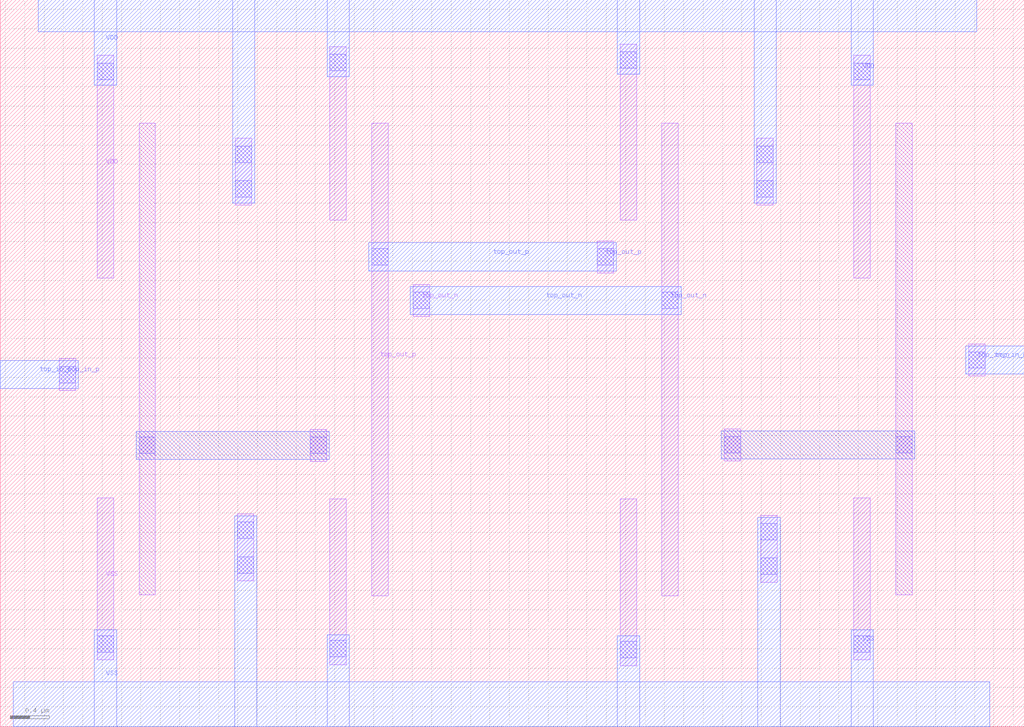
<source format=lef>
VERSION 5.8 ;
BUSBITCHARS "[]" ;
DIVIDERCHAR "/" ;

MACRO rs_latch_new
  CLASS BLOCK ;
  ORIGIN 0.05 2.805 ;
  FOREIGN rs_latch_new -0.05 -2.805 ;
  SIZE 10.56 BY 7.505 ;
  SYMMETRY X Y ;
  PIN VDD
    DIRECTION INOUT ;
    USE POWER ;
    SHAPE ABUTMENT ;
    PORT
      LAYER li1 ;
        RECT 8.755 1.825 8.925 4.125 ;
        RECT 7.755 2.58 7.925 3.27 ;
        RECT 6.345 2.425 6.515 4.24 ;
        RECT 3.35 2.425 3.52 4.215 ;
        RECT 2.375 2.58 2.545 3.27 ;
        RECT 0.95 1.825 1.12 4.125 ;
      LAYER met1 ;
        RECT 0.34 4.37 10.02 4.7 ;
        RECT 8.725 3.815 8.955 4.7 ;
        RECT 7.725 2.6 7.955 4.7 ;
        RECT 6.315 3.93 6.545 4.7 ;
        RECT 3.32 3.905 3.55 4.7 ;
        RECT 2.345 2.6 2.575 4.7 ;
        RECT 0.92 3.815 1.15 4.7 ;
      LAYER mcon ;
        RECT 0.95 3.875 1.12 4.045 ;
        RECT 2.375 3.02 2.545 3.19 ;
        RECT 2.375 2.66 2.545 2.83 ;
        RECT 3.35 3.965 3.52 4.135 ;
        RECT 6.345 3.99 6.515 4.16 ;
        RECT 7.755 3.02 7.925 3.19 ;
        RECT 7.755 2.66 7.925 2.83 ;
        RECT 8.755 3.875 8.925 4.045 ;
    END
  END VDD
  PIN VSS
    DIRECTION INOUT ;
    USE GROUND ;
    SHAPE ABUTMENT ;
    PORT
      LAYER li1 ;
        RECT 8.755 -2.115 8.925 -0.445 ;
        RECT 7.795 -1.315 7.965 -0.625 ;
        RECT 6.345 -2.175 6.515 -0.455 ;
        RECT 3.35 -2.165 3.52 -0.455 ;
        RECT 2.395 -1.3 2.565 -0.61 ;
        RECT 0.95 -2.115 1.12 -0.445 ;
      LAYER met1 ;
        RECT 0.085 -2.805 10.155 -2.34 ;
        RECT 8.725 -2.805 8.955 -1.805 ;
        RECT 7.765 -2.805 7.995 -0.645 ;
        RECT 6.315 -2.805 6.545 -1.865 ;
        RECT 3.32 -2.805 3.55 -1.855 ;
        RECT 2.365 -2.805 2.595 -0.63 ;
        RECT 0.92 -2.805 1.15 -1.805 ;
      LAYER mcon ;
        RECT 0.95 -2.035 1.12 -1.865 ;
        RECT 2.395 -0.86 2.565 -0.69 ;
        RECT 2.395 -1.22 2.565 -1.05 ;
        RECT 3.35 -2.085 3.52 -1.915 ;
        RECT 6.345 -2.095 6.515 -1.925 ;
        RECT 7.795 -0.875 7.965 -0.705 ;
        RECT 7.795 -1.235 7.965 -1.065 ;
        RECT 8.755 -2.035 8.925 -1.865 ;
    END
  END VSS
  PIN top_in_n
    DIRECTION INPUT ;
    USE SIGNAL ;
    PORT
      LAYER li1 ;
        RECT 9.94 0.815 10.11 1.145 ;
      LAYER met1 ;
        RECT 9.91 0.835 10.51 1.125 ;
      LAYER mcon ;
        RECT 9.94 0.895 10.11 1.065 ;
    END
  END top_in_n
  PIN top_in_p
    DIRECTION INPUT ;
    USE SIGNAL ;
    PORT
      LAYER li1 ;
        RECT 0.555 0.665 0.725 0.995 ;
      LAYER met1 ;
        RECT -0.05 0.685 0.755 0.975 ;
      LAYER mcon ;
        RECT 0.555 0.745 0.725 0.915 ;
    END
  END top_in_p
  PIN top_out_n
    DIRECTION OUTPUT ;
    USE SIGNAL ;
    PORT
      LAYER li1 ;
        RECT 6.775 -1.455 6.945 3.425 ;
        RECT 4.21 1.43 4.38 1.76 ;
      LAYER met1 ;
        RECT 4.18 1.45 6.975 1.74 ;
      LAYER mcon ;
        RECT 4.21 1.51 4.38 1.68 ;
        RECT 6.775 1.51 6.945 1.68 ;
    END
  END top_out_n
  PIN top_out_p
    DIRECTION OUTPUT ;
    USE SIGNAL ;
    PORT
      LAYER li1 ;
        RECT 6.105 1.88 6.275 2.21 ;
        RECT 3.78 -1.455 3.95 3.425 ;
      LAYER met1 ;
        RECT 3.75 1.9 6.305 2.19 ;
      LAYER mcon ;
        RECT 3.78 1.96 3.95 2.13 ;
        RECT 6.105 1.96 6.275 2.13 ;
    END
  END top_out_p
  OBS
    LAYER mcon ;
      RECT 9.185 0.02 9.355 0.19 ;
      RECT 7.415 0.02 7.585 0.19 ;
      RECT 3.145 0.015 3.315 0.185 ;
      RECT 1.38 0.015 1.55 0.185 ;
    LAYER met1 ;
      RECT 7.385 -0.04 9.385 0.25 ;
      RECT 1.35 -0.045 3.345 0.245 ;
    LAYER li1 ;
      RECT 9.185 -1.445 9.355 3.425 ;
      RECT 7.415 -0.06 7.585 0.27 ;
      RECT 3.145 -0.065 3.315 0.265 ;
      RECT 1.38 -1.445 1.55 3.425 ;
  END
END rs_latch_new

END LIBRARY

</source>
